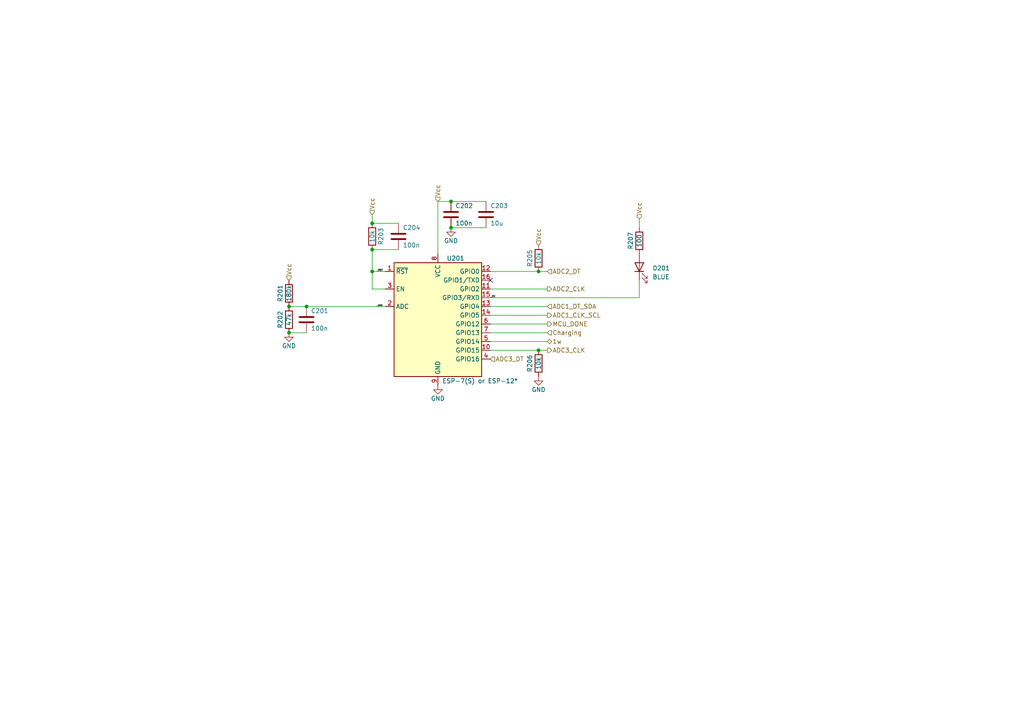
<source format=kicad_sch>
(kicad_sch (version 20211123) (generator eeschema)
  (paper "A4")
  (title_block (title "WiScale") (date "2022-11-24") (rev "1.0"))
  (lib_symbols
    (symbol "Device:C" (pin_numbers hide) (pin_names (offset 0.254))
      (property "Reference" "C" (at 0.635 2.54 0))
      (property "Value" "C" (at 0.635 -2.54 0))
      (symbol "C_0_1"
        (polyline (pts (xy -2.032 -0.762) (xy 2.032 -0.762)) (stroke (width 0.508)))
        (polyline (pts (xy -2.032 0.762) (xy 2.032 0.762)) (stroke (width 0.508)))
      )
      (symbol "C_1_1"
        (pin passive line (at 0 3.81 270) (length 2.794) (name "~") (number "1"))
        (pin passive line (at 0 -3.81 90) (length 2.794) (name "~") (number "2"))
      )
    )
    (symbol "Device:LED" (pin_numbers hide) (pin_names (offset 1.016) hide)
      (property "Reference" "D" (at 0 2.54 0))
      (property "Value" "LED" (at 0 -2.54 0))
      (symbol "LED_0_1"
        (polyline (pts (xy -1.27 -1.27) (xy -1.27 1.27)) (stroke (width 0.254)))
        (polyline (pts (xy -1.27 0) (xy 1.27 0)))
        (polyline (pts (xy 1.27 -1.27) (xy 1.27 1.27) (xy -1.27 0) (xy 1.27 -1.27)) (stroke (width 0.254)))
        (polyline (pts (xy -3.048 -0.762) (xy -4.572 -2.286) (xy -3.81 -2.286) (xy -4.572 -2.286) (xy -4.572 -1.524)))
        (polyline (pts (xy -1.778 -0.762) (xy -3.302 -2.286) (xy -2.54 -2.286) (xy -3.302 -2.286) (xy -3.302 -1.524)))
      )
      (symbol "LED_1_1"
        (pin passive line (at -3.81 0 0) (length 2.54) (name "K") (number "1"))
        (pin passive line (at 3.81 0 180) (length 2.54) (name "A") (number "2"))
      )
    )
    (symbol "Device:R" (pin_numbers hide) (pin_names (offset 0))
      (property "Reference" "R" (at 2.032 0 90))
      (property "Value" "R" (at 0 0 90))
      (symbol "R_0_1"
        (rectangle (start -1.016 -2.54) (end 1.016 2.54) (stroke (width 0.254)))
      )
      (symbol "R_1_1"
        (pin passive line (at 0 3.81 270) (length 1.27) (name "~") (number "1"))
        (pin passive line (at 0 -3.81 90) (length 1.27) (name "~") (number "2"))
      )
    )
    (symbol "RF_Module:ESP-07"
      (property "Reference" "U" (at -12.7 19.05 0))
      (property "Value" "ESP-07" (at 12.7 19.05 0))
      (symbol "ESP-07_0_1"
        (rectangle (start -12.7 17.78) (end 12.7 -15.24) (stroke (width 0.254)) (fill (type background)))
      )
      (symbol "ESP-07_1_1"
        (pin input line (at -15.24 15.24 0) (length 2.54) (name "~{RST}") (number "1"))
        (pin bidirectional line (at 15.24 -7.62 180) (length 2.54) (name "GPIO15") (number "10"))
        (pin bidirectional line (at 15.24 10.16 180) (length 2.54) (name "GPIO2") (number "11"))
        (pin bidirectional line (at 15.24 15.24 180) (length 2.54) (name "GPIO0") (number "12"))
        (pin bidirectional line (at 15.24 5.08 180) (length 2.54) (name "GPIO4") (number "13"))
        (pin bidirectional line (at 15.24 2.54 180) (length 2.54) (name "GPIO5") (number "14"))
        (pin bidirectional line (at 15.24 7.62 180) (length 2.54) (name "GPIO3/RXD") (number "15"))
        (pin bidirectional line (at 15.24 12.7 180) (length 2.54) (name "GPIO1/TXD") (number "16"))
        (pin input line (at -15.24 5.08 0) (length 2.54) (name "ADC") (number "2"))
        (pin input line (at -15.24 10.16 0) (length 2.54) (name "EN") (number "3"))
        (pin bidirectional line (at 15.24 -10.16 180) (length 2.54) (name "GPIO16") (number "4"))
        (pin bidirectional line (at 15.24 -5.08 180) (length 2.54) (name "GPIO14") (number "5"))
        (pin bidirectional line (at 15.24 0 180) (length 2.54) (name "GPIO12") (number "6"))
        (pin bidirectional line (at 15.24 -2.54 180) (length 2.54) (name "GPIO13") (number "7"))
        (pin power_in line (at 0 20.32 270) (length 2.54) (name "VCC") (number "8"))
        (pin power_in line (at 0 -17.78 90) (length 2.54) (name "GND") (number "9"))
      )
    )
    (symbol "power:GND" (power) (pin_names (offset 0))
      (property "Value" "GND" (at 0 -3.81 0))
      (symbol "GND_0_1"
        (polyline (pts (xy 0 0) (xy 0 -1.27) (xy 1.27 -1.27) (xy 0 -2.54) (xy -1.27 -1.27) (xy 0 -1.27)))
      )
      (symbol "GND_1_1"
        (pin power_in line (at 0 0 270) (length 0) hide (name "GND") (number "1"))
      )
    )
  )
  (junction (at 156.21 101.6))
  (junction (at 107.95 64.77))
  (junction (at 156.21 78.74))
  (junction (at 83.82 96.52))
  (junction (at 130.81 58.42))
  (junction (at 83.82 88.9))
  (junction (at 107.95 78.74))
  (junction (at 107.95 72.39))
  (junction (at 88.9 88.9))
  (junction (at 130.81 66.04))
  (no_connect (at 142.24 81.28))
  (wire (pts (xy 142.24 86.36) (xy 185.42 86.36)))
  (wire (pts (xy 158.75 83.82) (xy 142.24 83.82)))
  (wire (pts (xy 127 58.42) (xy 127 73.66)))
  (wire (pts (xy 185.42 63.5) (xy 185.42 66.04)))
  (wire (pts (xy 158.75 91.44) (xy 142.24 91.44)))
  (wire (pts (xy 142.24 88.9) (xy 158.75 88.9)))
  (wire (pts (xy 158.75 78.74) (xy 156.21 78.74)))
  (wire (pts (xy 142.24 99.06) (xy 158.75 99.06)))
  (wire (pts (xy 107.95 72.39) (xy 107.95 78.74)))
  (wire (pts (xy 107.95 72.39) (xy 115.57 72.39)))
  (wire (pts (xy 158.75 93.98) (xy 142.24 93.98)))
  (wire (pts (xy 83.82 88.9) (xy 88.9 88.9)))
  (wire (pts (xy 158.75 101.6) (xy 156.21 101.6)))
  (wire (pts (xy 140.97 58.42) (xy 130.81 58.42)))
  (wire (pts (xy 130.81 58.42) (xy 127 58.42)))
  (wire (pts (xy 107.95 64.77) (xy 115.57 64.77)))
  (wire (pts (xy 185.42 86.36) (xy 185.42 81.28)))
  (wire (pts (xy 156.21 78.74) (xy 142.24 78.74)))
  (wire (pts (xy 107.95 62.23) (xy 107.95 64.77)))
  (wire (pts (xy 107.95 78.74) (xy 111.76 78.74)))
  (wire (pts (xy 83.82 96.52) (xy 88.9 96.52)))
  (wire (pts (xy 156.21 101.6) (xy 142.24 101.6)))
  (wire (pts (xy 111.76 83.82) (xy 107.95 83.82)))
  (wire (pts (xy 88.9 88.9) (xy 111.76 88.9)))
  (wire (pts (xy 130.81 66.04) (xy 140.97 66.04)))
  (wire (pts (xy 107.95 83.82) (xy 107.95 78.74)))
  (wire (pts (xy 142.24 96.52) (xy 158.75 96.52)))
  (label "_adc" (at 109.22 88.9 0) (effects (font (size 0.5 0.5))))
  (label "_RST" (at 109.22 78.74 0) (effects (font (size 0.5 0.5))))
  (label "_RX" (at 142.24 86.36 0) (effects (font (size 0.5 0.5))))
  (hierarchical_label "Vcc" (shape input) (at 83.82 81.28 90))
  (hierarchical_label "1w" (shape bidirectional) (at 158.75 99.06 0))
  (hierarchical_label "MCU_DONE" (shape output) (at 158.75 93.98 0))
  (hierarchical_label "Vcc" (shape input) (at 156.21 71.12 90))
  (hierarchical_label "Vcc" (shape input) (at 107.95 62.23 90))
  (hierarchical_label "Vcc" (shape input) (at 185.42 63.5 90))
  (hierarchical_label "ADC3_CLK" (shape output) (at 158.75 101.6 0))
  (hierarchical_label "ADC2_DT" (shape input) (at 158.75 78.74 0))
  (hierarchical_label "Vcc" (shape input) (at 127 58.42 90))
  (hierarchical_label "ADC3_DT" (shape input) (at 142.24 104.14 0))
  (hierarchical_label "Charging" (shape input) (at 158.75 96.52 0))
  (hierarchical_label "ADC1_CLK_SCL" (shape output) (at 158.75 91.44 0))
  (hierarchical_label "ADC1_DT_SDA" (shape input) (at 158.75 88.9 0))
  (hierarchical_label "ADC2_CLK" (shape output) (at 158.75 83.82 0))
  (symbol (lib_id "power:GND") (at 127 111.76 0) (unit 1)
    (property "Reference" "#PWR0202" (effects hide))
    (property "Value" "GND" (at 127 115.57 0))
  )
  (symbol (lib_id "Device:C") (at 130.81 62.23 180) (unit 1)
    (property "Reference" "C202" (at 132.08 59.69 0) (effects (justify right)))
    (property "Value" "100n" (at 132.08 64.77 0) (effects (justify right)))
    (property "Footprint" "Capacitor_SMD:C_0805_2012Metric_Pad1.18x1.45mm_HandSolder" (effects hide))
  )
  (symbol (lib_id "Device:R") (at 83.82 85.09 180) (unit 1)
    (property "Reference" "R201" (at 81.28 85.09 90))
    (property "Value" "180k" (at 83.82 85.09 90))
    (property "Footprint" "Resistor_SMD:R_0805_2012Metric_Pad1.20x1.40mm_HandSolder" (effects hide))
  )
  (symbol (lib_id "Device:C") (at 115.57 68.58 180) (unit 1)
    (property "Reference" "C204" (at 116.84 66.04 0) (effects (justify right)))
    (property "Value" "100n" (at 116.84 71.12 0) (effects (justify right)))
    (property "Footprint" "Capacitor_SMD:C_0805_2012Metric_Pad1.18x1.45mm_HandSolder" (effects hide))
  )
  (symbol (lib_id "Device:R") (at 107.95 68.58 0) (unit 1)
    (property "Reference" "R203" (at 110.49 68.58 90))
    (property "Value" "10k" (at 107.95 68.58 90))
    (property "Footprint" "Resistor_SMD:R_0805_2012Metric_Pad1.20x1.40mm_HandSolder" (effects hide))
  )
  (symbol (lib_id "power:GND") (at 156.21 109.22 0) (unit 1)
    (property "Reference" "#PWR0204" (effects hide))
    (property "Value" "GND" (at 156.21 113.03 0))
  )
  (symbol (lib_id "power:GND") (at 130.81 66.04 0) (unit 1)
    (property "Reference" "#PWR0203" (effects hide))
    (property "Value" "GND" (at 130.81 69.85 0))
  )
  (symbol (lib_id "Device:R") (at 83.82 92.71 180) (unit 1)
    (property "Reference" "R202" (at 81.28 92.71 90))
    (property "Value" "47k" (at 83.82 92.71 90))
    (property "Footprint" "Resistor_SMD:R_0805_2012Metric_Pad1.20x1.40mm_HandSolder" (effects hide))
  )
  (symbol (lib_id "Device:LED") (at 185.42 77.47 90) (unit 1)
    (property "Reference" "D201" (at 189.23 77.7874 90) (effects (justify right)))
    (property "Value" "BLUE" (at 189.23 80.3274 90) (effects (justify right)))
    (property "Footprint" "LED_SMD:LED_0805_2012Metric_Pad1.15x1.40mm_HandSolder" (effects hide))
    (property "Datasheet" "https://datasheet.lcsc.com/lcsc/2211030000_XINGLIGHT-XL-2012UBC_C965817.pdf" (effects hide))
    (property "LCSC Part Number" "C965817" (effects hide))
    (property "MPN" "XL-2012UBC" (effects hide))
  )
  (symbol (lib_id "Device:R") (at 156.21 74.93 180) (unit 1)
    (property "Reference" "R205" (at 153.67 74.93 90))
    (property "Value" "10k" (at 156.21 74.93 90))
    (property "Footprint" "Resistor_SMD:R_0805_2012Metric_Pad1.20x1.40mm_HandSolder" (effects hide))
  )
  (symbol (lib_id "Device:C") (at 140.97 62.23 180) (unit 1)
    (property "Reference" "C203" (at 142.24 59.69 0) (effects (justify right)))
    (property "Value" "10u" (at 142.24 64.77 0) (effects (justify right)))
    (property "Footprint" "Capacitor_SMD:C_0805_2012Metric_Pad1.18x1.45mm_HandSolder" (effects hide))
  )
  (symbol (lib_id "power:GND") (at 83.82 96.52 0) (unit 1)
    (property "Reference" "#PWR0201" (effects hide))
    (property "Value" "GND" (at 83.82 100.33 0))
  )
  (symbol (lib_id "Device:R") (at 156.21 105.41 180) (unit 1)
    (property "Reference" "R206" (at 153.67 105.41 90))
    (property "Value" "10k" (at 156.21 105.41 90))
    (property "Footprint" "Resistor_SMD:R_0805_2012Metric_Pad1.20x1.40mm_HandSolder" (effects hide))
  )
  (symbol (lib_id "Device:C") (at 88.9 92.71 180) (unit 1)
    (property "Reference" "C201" (at 90.17 90.17 0) (effects (justify right)))
    (property "Value" "100n" (at 90.17 95.25 0) (effects (justify right)))
    (property "Footprint" "Capacitor_SMD:C_0805_2012Metric_Pad1.18x1.45mm_HandSolder" (effects hide))
  )
  (symbol (lib_id "Device:R") (at 185.42 69.85 180) (unit 1)
    (property "Reference" "R207" (at 182.88 69.85 90))
    (property "Value" "100" (at 185.42 69.85 90))
    (property "Footprint" "Resistor_SMD:R_0805_2012Metric_Pad1.20x1.40mm_HandSolder" (effects hide))
  )
  (symbol (lib_id "RF_Module:ESP-07") (at 127 93.98 0) (unit 1)
    (property "Reference" "U201" (at 129.54 74.93 0) (effects (justify left)))
    (property "Value" "ESP-7(S) or ESP-12*" (at 128.27 110.49 0) (effects (justify left)))
    (property "Footprint" "-local:ESP-12S" (effects hide))
    (property "Datasheet" "https://www.espressif.com/sites/default/files/documentation/0a-esp8266ex_datasheet_en.pdf" (effects hide))
    (property "LCSC Part Number" "C89297" (effects hide))
    (property "MPN" "ESP-12E" (effects hide))
  )
)
</source>
